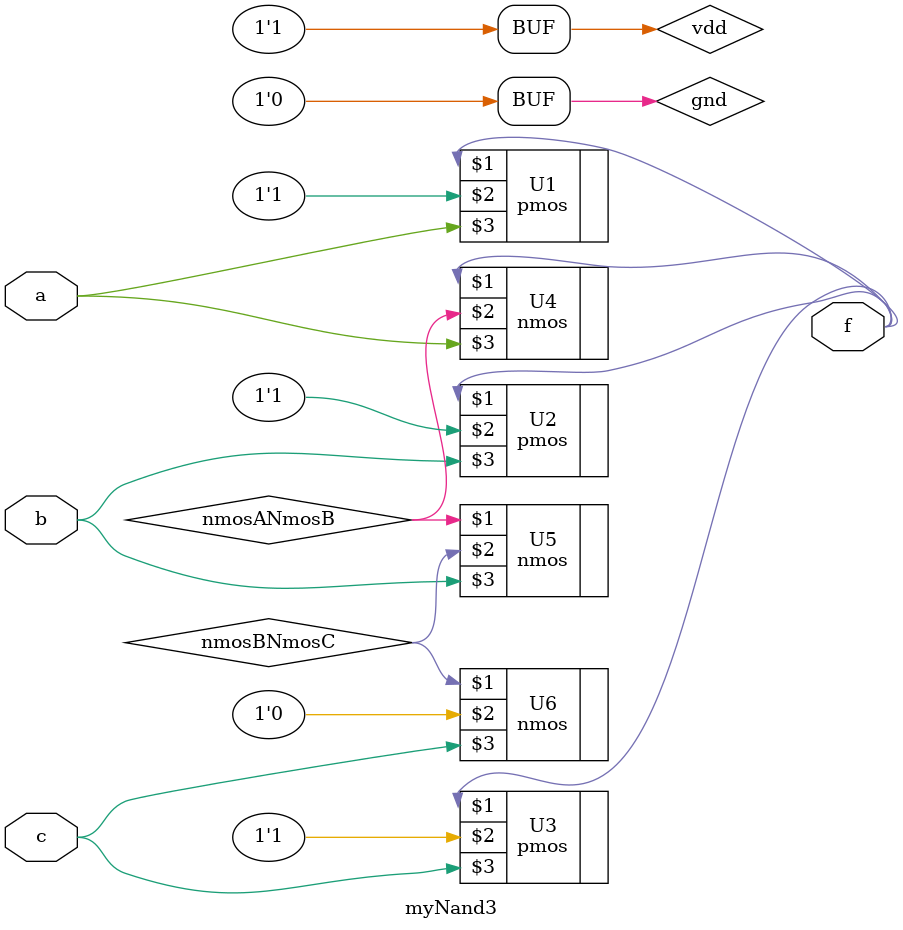
<source format=v>


module myNand3 (a,b,c,f );
  output f;
  input a;
  input b;
  input c;
  supply0 gnd;
  supply1 vdd;

  wire nmosANmosB;
  wire nmosBNmosC;

  pmos U1(f,vdd,a);
  pmos U2(f,vdd,b);
  pmos U3(f,vdd,c);
  nmos U4(f,nmosANmosB,a);
  nmos U5(nmosANmosB,nmosBNmosC,b);
  nmos U6(nmosBNmosC,gnd,c);

endmodule


</source>
